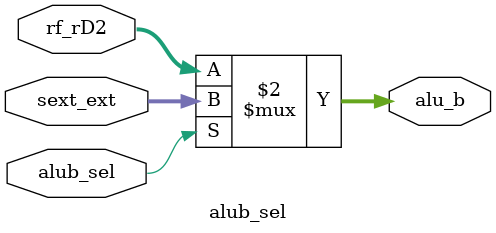
<source format=v>
module alub_sel(                //B²Ù×÷ÊýµÄÀ´Ô´
    input alub_sel,
    input [31:0] rf_rD2,
    input [31:0] sext_ext,
    output [31:0] alu_b
    );
    assign alu_b = (alub_sel == 'b0) ? rf_rD2:sext_ext;
endmodule
</source>
